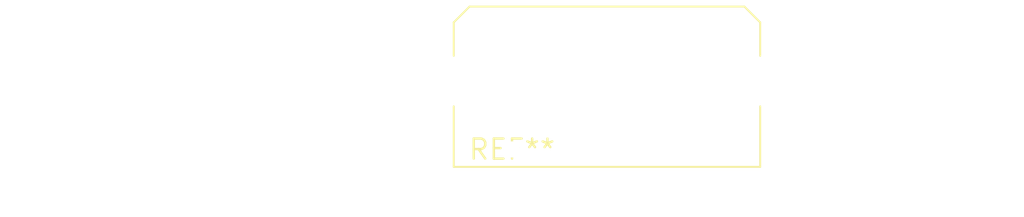
<source format=kicad_pcb>
(kicad_pcb (version 20240108) (generator pcbnew)
  (layers (0 "F.Cu" signal) (31 "B.Cu" signal) (34 "B.Paste" user) (35 "F.Paste" user) (36 "B.SilkS" user "B.Silkscreen") (37 "F.SilkS" user "F.Silkscreen") (38 "B.Mask" user) (39 "F.Mask" user) (44 "Edge.Cuts" user))
  (net 0 "")
  (footprint "Molex_Micro-Fit_3.0_43045-1021_2x05-1MP_P3.00mm_Horizontal" (layer "F.Cu") (at 0 0)
    (property "Reference" "REF**")
    (property "Value" "Molex_Micro-Fit_3.0_43045-1021_2x05-1MP_P3.00mm_Horizontal")
    (fp_line (start -3.685 -8.03) (end -2.685 -9.03) (layer "F.SilkS") (stroke (width 0.12)))
    (fp_line (start -3.685 -5.915) (end -3.685 -8.03) (layer "F.SilkS") (stroke (width 0.12)))
    (fp_line (start -3.685 -2.725) (end -3.685 1.1) (layer "F.SilkS") (stroke (width 0.12)))
    (fp_line (start -3.685 1.1) (end 15.685 1.1) (layer "F.SilkS") (stroke (width 0.12)))
    (fp_line (start -2.685 -9.03) (end 14.685 -9.03) (layer "F.SilkS") (stroke (width 0.12)))
    (fp_line (start 14.685 -9.03) (end 15.685 -8.03) (layer "F.SilkS") (stroke (width 0.12)))
    (fp_line (start 15.685 -8.03) (end 15.685 -5.915) (layer "F.SilkS") (stroke (width 0.12)))
    (fp_line (start 15.685 1.1) (end 15.685 -2.725) (layer "F.SilkS") (stroke (width 0.12)))
    (pad "1" thru_hole roundrect (at 0 0) (size 1.5 1.5) (drill 1.02) (layers *.Cu *.Mask) (remove_unused_layers) (roundrect_rratio 0.166667))
    (pad "2" thru_hole circle (at 3 0) (size 1.5 1.5) (drill 1.02) (layers *.Cu *.Mask) (remove_unused_layers))
    (pad "3" thru_hole circle (at 6 0) (size 1.5 1.5) (drill 1.02) (layers *.Cu *.Mask) (remove_unused_layers))
    (pad "4" thru_hole circle (at 9 0) (size 1.5 1.5) (drill 1.02) (layers *.Cu *.Mask) (remove_unused_layers))
    (pad "5" thru_hole circle (at 12 0) (size 1.5 1.5) (drill 1.02) (layers *.Cu *.Mask) (remove_unused_layers))
    (pad "6" thru_hole circle (at 0 3) (size 1.5 1.5) (drill 1.02) (layers *.Cu *.Mask) (remove_unused_layers))
    (pad "7" thru_hole circle (at 3 3) (size 1.5 1.5) (drill 1.02) (layers *.Cu *.Mask) (remove_unused_layers))
    (pad "8" thru_hole circle (at 6 3) (size 1.5 1.5) (drill 1.02) (layers *.Cu *.Mask) (remove_unused_layers))
    (pad "9" thru_hole circle (at 9 3) (size 1.5 1.5) (drill 1.02) (layers *.Cu *.Mask) (remove_unused_layers))
    (pad "10" thru_hole circle (at 12 3) (size 1.5 1.5) (drill 1.02) (layers *.Cu *.Mask) (remove_unused_layers))
    (pad "MP" thru_hole circle (at -2.15 -4.32) (size 3.41 3.41) (drill 2.41) (layers *.Cu *.Mask) (remove_unused_layers))
    (pad "MP" thru_hole circle (at 14.15 -4.32) (size 3.41 3.41) (drill 2.41) (layers *.Cu *.Mask) (remove_unused_layers))
  )
)
</source>
